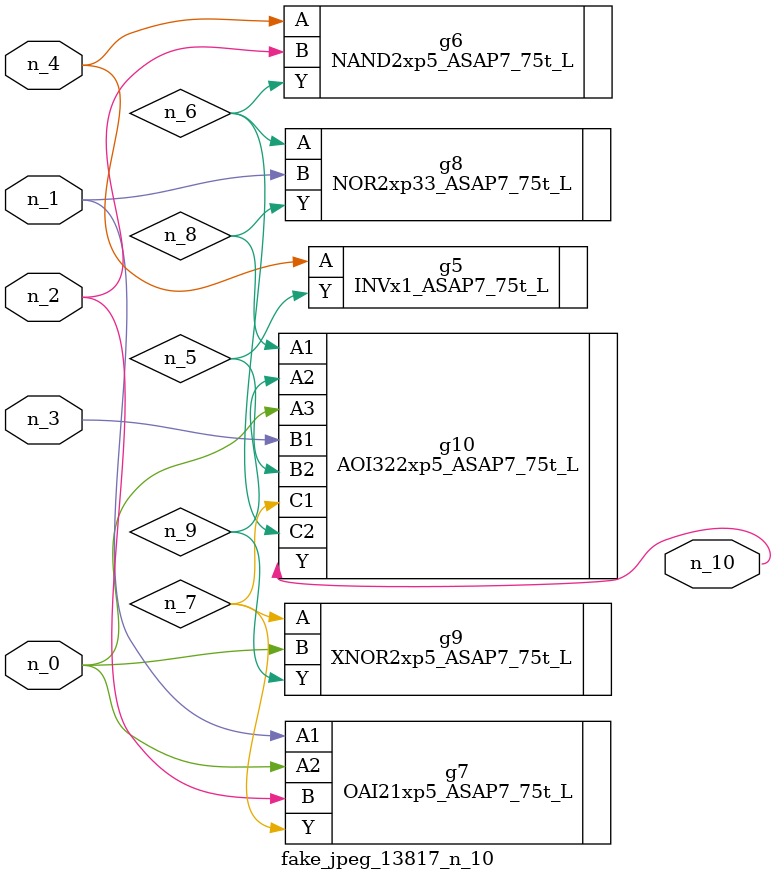
<source format=v>
module fake_jpeg_13817_n_10 (n_3, n_2, n_1, n_0, n_4, n_10);

input n_3;
input n_2;
input n_1;
input n_0;
input n_4;

output n_10;

wire n_8;
wire n_9;
wire n_6;
wire n_5;
wire n_7;

INVx1_ASAP7_75t_L g5 ( 
.A(n_4),
.Y(n_5)
);

NAND2xp5_ASAP7_75t_L g6 ( 
.A(n_4),
.B(n_2),
.Y(n_6)
);

OAI21xp5_ASAP7_75t_L g7 ( 
.A1(n_1),
.A2(n_0),
.B(n_2),
.Y(n_7)
);

NOR2xp33_ASAP7_75t_L g8 ( 
.A(n_6),
.B(n_1),
.Y(n_8)
);

AOI322xp5_ASAP7_75t_L g10 ( 
.A1(n_8),
.A2(n_9),
.A3(n_0),
.B1(n_3),
.B2(n_5),
.C1(n_7),
.C2(n_6),
.Y(n_10)
);

XNOR2xp5_ASAP7_75t_L g9 ( 
.A(n_7),
.B(n_0),
.Y(n_9)
);


endmodule
</source>
